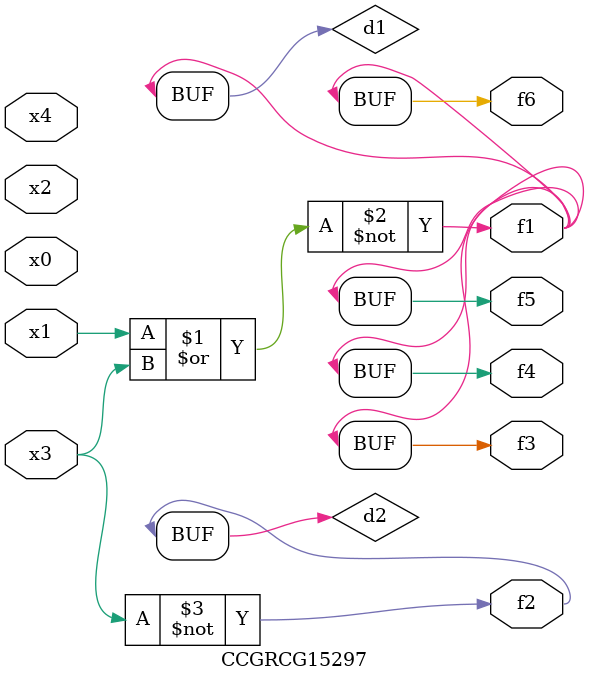
<source format=v>
module CCGRCG15297(
	input x0, x1, x2, x3, x4,
	output f1, f2, f3, f4, f5, f6
);

	wire d1, d2;

	nor (d1, x1, x3);
	not (d2, x3);
	assign f1 = d1;
	assign f2 = d2;
	assign f3 = d1;
	assign f4 = d1;
	assign f5 = d1;
	assign f6 = d1;
endmodule

</source>
